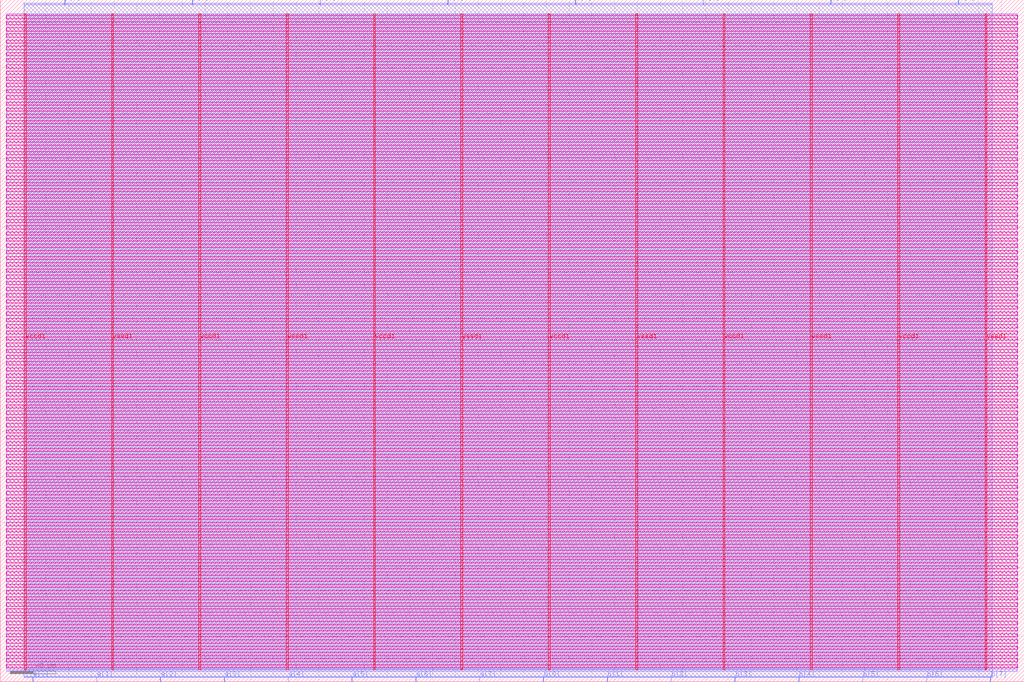
<source format=lef>
VERSION 5.7 ;
  NOWIREEXTENSIONATPIN ON ;
  DIVIDERCHAR "/" ;
  BUSBITCHARS "[]" ;
MACRO user_proj_example
  CLASS BLOCK ;
  FOREIGN user_proj_example ;
  ORIGIN 0.000 0.000 ;
  SIZE 900.000 BY 600.000 ;
  PIN a[0]
    DIRECTION INPUT ;
    USE SIGNAL ;
    PORT
      LAYER met2 ;
        RECT 28.610 0.000 28.890 4.000 ;
    END
  END a[0]
  PIN a[1]
    DIRECTION INPUT ;
    USE SIGNAL ;
    PORT
      LAYER met2 ;
        RECT 84.730 0.000 85.010 4.000 ;
    END
  END a[1]
  PIN a[2]
    DIRECTION INPUT ;
    USE SIGNAL ;
    PORT
      LAYER met2 ;
        RECT 140.850 0.000 141.130 4.000 ;
    END
  END a[2]
  PIN a[3]
    DIRECTION INPUT ;
    USE SIGNAL ;
    PORT
      LAYER met2 ;
        RECT 196.970 0.000 197.250 4.000 ;
    END
  END a[3]
  PIN a[4]
    DIRECTION INPUT ;
    USE SIGNAL ;
    PORT
      LAYER met2 ;
        RECT 253.090 0.000 253.370 4.000 ;
    END
  END a[4]
  PIN a[5]
    DIRECTION INPUT ;
    USE SIGNAL ;
    PORT
      LAYER met2 ;
        RECT 309.210 0.000 309.490 4.000 ;
    END
  END a[5]
  PIN a[6]
    DIRECTION INPUT ;
    USE SIGNAL ;
    PORT
      LAYER met2 ;
        RECT 365.330 0.000 365.610 4.000 ;
    END
  END a[6]
  PIN a[7]
    DIRECTION INPUT ;
    USE SIGNAL ;
    PORT
      LAYER met2 ;
        RECT 421.450 0.000 421.730 4.000 ;
    END
  END a[7]
  PIN b[0]
    DIRECTION INPUT ;
    USE SIGNAL ;
    PORT
      LAYER met2 ;
        RECT 477.570 0.000 477.850 4.000 ;
    END
  END b[0]
  PIN b[1]
    DIRECTION INPUT ;
    USE SIGNAL ;
    PORT
      LAYER met2 ;
        RECT 533.690 0.000 533.970 4.000 ;
    END
  END b[1]
  PIN b[2]
    DIRECTION INPUT ;
    USE SIGNAL ;
    PORT
      LAYER met2 ;
        RECT 589.810 0.000 590.090 4.000 ;
    END
  END b[2]
  PIN b[3]
    DIRECTION INPUT ;
    USE SIGNAL ;
    PORT
      LAYER met2 ;
        RECT 645.930 0.000 646.210 4.000 ;
    END
  END b[3]
  PIN b[4]
    DIRECTION INPUT ;
    USE SIGNAL ;
    PORT
      LAYER met2 ;
        RECT 702.050 0.000 702.330 4.000 ;
    END
  END b[4]
  PIN b[5]
    DIRECTION INPUT ;
    USE SIGNAL ;
    PORT
      LAYER met2 ;
        RECT 758.170 0.000 758.450 4.000 ;
    END
  END b[5]
  PIN b[6]
    DIRECTION INPUT ;
    USE SIGNAL ;
    PORT
      LAYER met2 ;
        RECT 814.290 0.000 814.570 4.000 ;
    END
  END b[6]
  PIN b[7]
    DIRECTION INPUT ;
    USE SIGNAL ;
    PORT
      LAYER met2 ;
        RECT 870.410 0.000 870.690 4.000 ;
    END
  END b[7]
  PIN p[0]
    DIRECTION OUTPUT TRISTATE ;
    USE SIGNAL ;
    PORT
      LAYER met2 ;
        RECT 56.670 596.000 56.950 600.000 ;
    END
  END p[0]
  PIN p[1]
    DIRECTION OUTPUT TRISTATE ;
    USE SIGNAL ;
    PORT
      LAYER met2 ;
        RECT 168.910 596.000 169.190 600.000 ;
    END
  END p[1]
  PIN p[2]
    DIRECTION OUTPUT TRISTATE ;
    USE SIGNAL ;
    PORT
      LAYER met2 ;
        RECT 281.150 596.000 281.430 600.000 ;
    END
  END p[2]
  PIN p[3]
    DIRECTION OUTPUT TRISTATE ;
    USE SIGNAL ;
    PORT
      LAYER met2 ;
        RECT 393.390 596.000 393.670 600.000 ;
    END
  END p[3]
  PIN p[4]
    DIRECTION OUTPUT TRISTATE ;
    USE SIGNAL ;
    PORT
      LAYER met2 ;
        RECT 505.630 596.000 505.910 600.000 ;
    END
  END p[4]
  PIN p[5]
    DIRECTION OUTPUT TRISTATE ;
    USE SIGNAL ;
    PORT
      LAYER met2 ;
        RECT 617.870 596.000 618.150 600.000 ;
    END
  END p[5]
  PIN p[6]
    DIRECTION OUTPUT TRISTATE ;
    USE SIGNAL ;
    PORT
      LAYER met2 ;
        RECT 730.110 596.000 730.390 600.000 ;
    END
  END p[6]
  PIN p[7]
    DIRECTION OUTPUT TRISTATE ;
    USE SIGNAL ;
    PORT
      LAYER met2 ;
        RECT 842.350 596.000 842.630 600.000 ;
    END
  END p[7]
  PIN vccd1
    DIRECTION INOUT ;
    USE POWER ;
    PORT
      LAYER met4 ;
        RECT 21.040 10.640 22.640 587.760 ;
    END
    PORT
      LAYER met4 ;
        RECT 174.640 10.640 176.240 587.760 ;
    END
    PORT
      LAYER met4 ;
        RECT 328.240 10.640 329.840 587.760 ;
    END
    PORT
      LAYER met4 ;
        RECT 481.840 10.640 483.440 587.760 ;
    END
    PORT
      LAYER met4 ;
        RECT 635.440 10.640 637.040 587.760 ;
    END
    PORT
      LAYER met4 ;
        RECT 789.040 10.640 790.640 587.760 ;
    END
  END vccd1
  PIN vssd1
    DIRECTION INOUT ;
    USE GROUND ;
    PORT
      LAYER met4 ;
        RECT 97.840 10.640 99.440 587.760 ;
    END
    PORT
      LAYER met4 ;
        RECT 251.440 10.640 253.040 587.760 ;
    END
    PORT
      LAYER met4 ;
        RECT 405.040 10.640 406.640 587.760 ;
    END
    PORT
      LAYER met4 ;
        RECT 558.640 10.640 560.240 587.760 ;
    END
    PORT
      LAYER met4 ;
        RECT 712.240 10.640 713.840 587.760 ;
    END
    PORT
      LAYER met4 ;
        RECT 865.840 10.640 867.440 587.760 ;
    END
  END vssd1
  OBS
      LAYER nwell ;
        RECT 5.330 583.385 894.430 586.215 ;
        RECT 5.330 577.945 894.430 580.775 ;
        RECT 5.330 572.505 894.430 575.335 ;
        RECT 5.330 567.065 894.430 569.895 ;
        RECT 5.330 561.625 894.430 564.455 ;
        RECT 5.330 556.185 894.430 559.015 ;
        RECT 5.330 550.745 894.430 553.575 ;
        RECT 5.330 545.305 894.430 548.135 ;
        RECT 5.330 539.865 894.430 542.695 ;
        RECT 5.330 534.425 894.430 537.255 ;
        RECT 5.330 528.985 894.430 531.815 ;
        RECT 5.330 523.545 894.430 526.375 ;
        RECT 5.330 518.105 894.430 520.935 ;
        RECT 5.330 512.665 894.430 515.495 ;
        RECT 5.330 507.225 894.430 510.055 ;
        RECT 5.330 501.785 894.430 504.615 ;
        RECT 5.330 496.345 894.430 499.175 ;
        RECT 5.330 490.905 894.430 493.735 ;
        RECT 5.330 485.465 894.430 488.295 ;
        RECT 5.330 480.025 894.430 482.855 ;
        RECT 5.330 474.585 894.430 477.415 ;
        RECT 5.330 469.145 894.430 471.975 ;
        RECT 5.330 463.705 894.430 466.535 ;
        RECT 5.330 458.265 894.430 461.095 ;
        RECT 5.330 452.825 894.430 455.655 ;
        RECT 5.330 447.385 894.430 450.215 ;
        RECT 5.330 441.945 894.430 444.775 ;
        RECT 5.330 436.505 894.430 439.335 ;
        RECT 5.330 431.065 894.430 433.895 ;
        RECT 5.330 425.625 894.430 428.455 ;
        RECT 5.330 420.185 894.430 423.015 ;
        RECT 5.330 414.745 894.430 417.575 ;
        RECT 5.330 409.305 894.430 412.135 ;
        RECT 5.330 403.865 894.430 406.695 ;
        RECT 5.330 398.425 894.430 401.255 ;
        RECT 5.330 392.985 894.430 395.815 ;
        RECT 5.330 387.545 894.430 390.375 ;
        RECT 5.330 382.105 894.430 384.935 ;
        RECT 5.330 376.665 894.430 379.495 ;
        RECT 5.330 371.225 894.430 374.055 ;
        RECT 5.330 365.785 894.430 368.615 ;
        RECT 5.330 360.345 894.430 363.175 ;
        RECT 5.330 354.905 894.430 357.735 ;
        RECT 5.330 349.465 894.430 352.295 ;
        RECT 5.330 344.025 894.430 346.855 ;
        RECT 5.330 338.585 894.430 341.415 ;
        RECT 5.330 333.145 894.430 335.975 ;
        RECT 5.330 327.705 894.430 330.535 ;
        RECT 5.330 322.265 894.430 325.095 ;
        RECT 5.330 316.825 894.430 319.655 ;
        RECT 5.330 311.385 894.430 314.215 ;
        RECT 5.330 305.945 894.430 308.775 ;
        RECT 5.330 300.505 894.430 303.335 ;
        RECT 5.330 295.065 894.430 297.895 ;
        RECT 5.330 289.625 894.430 292.455 ;
        RECT 5.330 284.185 894.430 287.015 ;
        RECT 5.330 278.745 894.430 281.575 ;
        RECT 5.330 273.305 894.430 276.135 ;
        RECT 5.330 267.865 894.430 270.695 ;
        RECT 5.330 262.425 894.430 265.255 ;
        RECT 5.330 256.985 894.430 259.815 ;
        RECT 5.330 251.545 894.430 254.375 ;
        RECT 5.330 246.105 894.430 248.935 ;
        RECT 5.330 240.665 894.430 243.495 ;
        RECT 5.330 235.225 894.430 238.055 ;
        RECT 5.330 229.785 894.430 232.615 ;
        RECT 5.330 224.345 894.430 227.175 ;
        RECT 5.330 218.905 894.430 221.735 ;
        RECT 5.330 213.465 894.430 216.295 ;
        RECT 5.330 208.025 894.430 210.855 ;
        RECT 5.330 202.585 894.430 205.415 ;
        RECT 5.330 197.145 894.430 199.975 ;
        RECT 5.330 191.705 894.430 194.535 ;
        RECT 5.330 186.265 894.430 189.095 ;
        RECT 5.330 180.825 894.430 183.655 ;
        RECT 5.330 175.385 894.430 178.215 ;
        RECT 5.330 169.945 894.430 172.775 ;
        RECT 5.330 164.505 894.430 167.335 ;
        RECT 5.330 159.065 894.430 161.895 ;
        RECT 5.330 153.625 894.430 156.455 ;
        RECT 5.330 148.185 894.430 151.015 ;
        RECT 5.330 142.745 894.430 145.575 ;
        RECT 5.330 137.305 894.430 140.135 ;
        RECT 5.330 131.865 894.430 134.695 ;
        RECT 5.330 126.425 894.430 129.255 ;
        RECT 5.330 120.985 894.430 123.815 ;
        RECT 5.330 115.545 894.430 118.375 ;
        RECT 5.330 110.105 894.430 112.935 ;
        RECT 5.330 104.665 894.430 107.495 ;
        RECT 5.330 99.225 894.430 102.055 ;
        RECT 5.330 93.785 894.430 96.615 ;
        RECT 5.330 88.345 894.430 91.175 ;
        RECT 5.330 82.905 894.430 85.735 ;
        RECT 5.330 77.465 894.430 80.295 ;
        RECT 5.330 72.025 894.430 74.855 ;
        RECT 5.330 66.585 894.430 69.415 ;
        RECT 5.330 61.145 894.430 63.975 ;
        RECT 5.330 55.705 894.430 58.535 ;
        RECT 5.330 50.265 894.430 53.095 ;
        RECT 5.330 44.825 894.430 47.655 ;
        RECT 5.330 39.385 894.430 42.215 ;
        RECT 5.330 33.945 894.430 36.775 ;
        RECT 5.330 28.505 894.430 31.335 ;
        RECT 5.330 23.065 894.430 25.895 ;
        RECT 5.330 17.625 894.430 20.455 ;
        RECT 5.330 12.185 894.430 15.015 ;
      LAYER li1 ;
        RECT 5.520 10.795 894.240 587.605 ;
      LAYER met1 ;
        RECT 5.520 9.220 894.240 587.760 ;
      LAYER met2 ;
        RECT 21.070 595.720 56.390 596.770 ;
        RECT 57.230 595.720 168.630 596.770 ;
        RECT 169.470 595.720 280.870 596.770 ;
        RECT 281.710 595.720 393.110 596.770 ;
        RECT 393.950 595.720 505.350 596.770 ;
        RECT 506.190 595.720 617.590 596.770 ;
        RECT 618.430 595.720 729.830 596.770 ;
        RECT 730.670 595.720 842.070 596.770 ;
        RECT 842.910 595.720 872.060 596.770 ;
        RECT 21.070 4.280 872.060 595.720 ;
        RECT 21.070 4.000 28.330 4.280 ;
        RECT 29.170 4.000 84.450 4.280 ;
        RECT 85.290 4.000 140.570 4.280 ;
        RECT 141.410 4.000 196.690 4.280 ;
        RECT 197.530 4.000 252.810 4.280 ;
        RECT 253.650 4.000 308.930 4.280 ;
        RECT 309.770 4.000 365.050 4.280 ;
        RECT 365.890 4.000 421.170 4.280 ;
        RECT 422.010 4.000 477.290 4.280 ;
        RECT 478.130 4.000 533.410 4.280 ;
        RECT 534.250 4.000 589.530 4.280 ;
        RECT 590.370 4.000 645.650 4.280 ;
        RECT 646.490 4.000 701.770 4.280 ;
        RECT 702.610 4.000 757.890 4.280 ;
        RECT 758.730 4.000 814.010 4.280 ;
        RECT 814.850 4.000 870.130 4.280 ;
        RECT 870.970 4.000 872.060 4.280 ;
      LAYER met3 ;
        RECT 21.050 10.715 867.430 587.685 ;
  END
END user_proj_example
END LIBRARY


</source>
